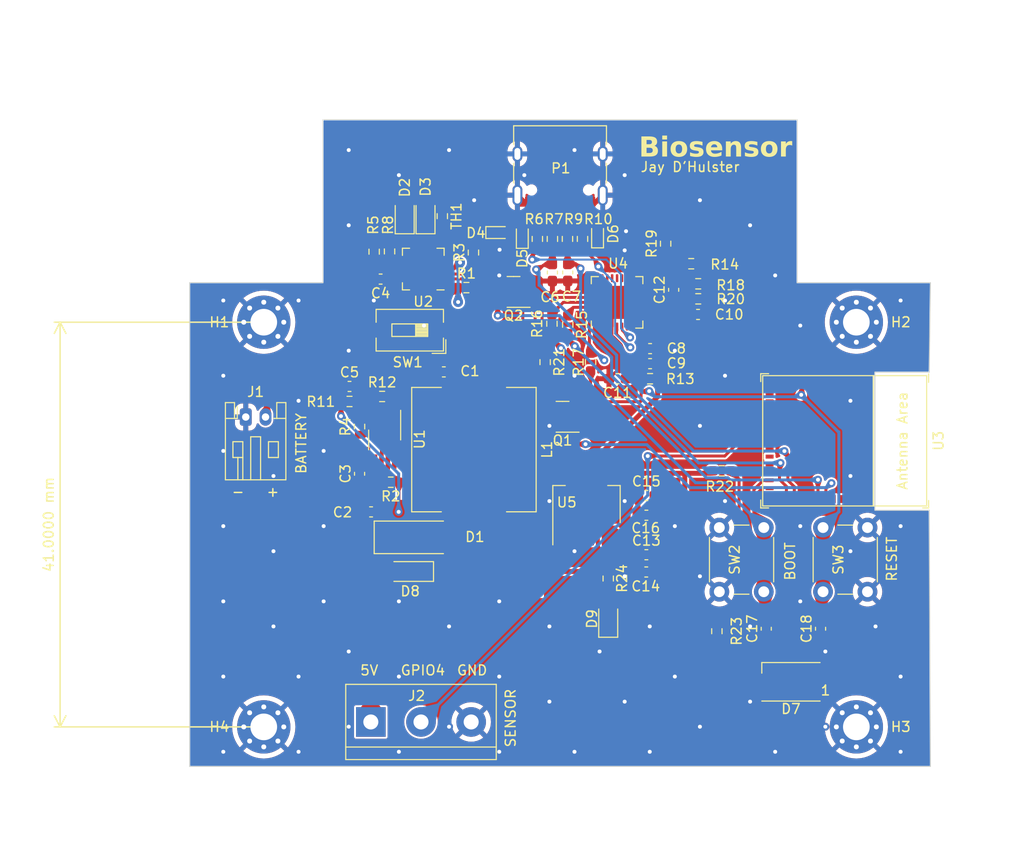
<source format=kicad_pcb>
(kicad_pcb (version 20221018) (generator pcbnew)
  (layers (0 "F.Cu" signal) (31 "B.Cu" signal) (34 "B.Paste" user) (35 "F.Paste" user) (36 "B.SilkS" user "B.Silkscreen") (37 "F.SilkS" user "F.Silkscreen") (38 "B.Mask" user) (39 "F.Mask" user) (44 "Edge.Cuts" user))
  (net 0 "")
  (net 1 "GND")
  (net 2 "/Load")
  (net 3 "/L1")
  (net 4 "+5V")
  (net 5 "Net-(U1-EN)")
  (net 6 "Net-(U2-V_{BAT_SENSE})")
  (net 7 "Net-(U1-FB)")
  (net 8 "/GPIO18")
  (net 9 "/GPIO19")
  (net 10 "+3V3")
  (net 11 "/CHIP_PU")
  (net 12 "Net-(U4-VBUS)")
  (net 13 "Net-(D8-K)")
  (net 14 "/GPIO9")
  (net 15 "Net-(D2-K)")
  (net 16 "VBUS")
  (net 17 "Net-(D3-K)")
  (net 18 "Net-(D5-A2)")
  (net 19 "Net-(D6-A2)")
  (net 21 "/RGB_CTRL")
  (net 22 "Net-(D9-A)")
  (net 23 "Net-(J1-Pin_2)")
  (net 24 "/GPIO4")
  (net 27 "Net-(Q1-B)")
  (net 28 "/RTS")
  (net 29 "Net-(Q2-B)")
  (net 30 "/DTR")
  (net 31 "Net-(U2-VPCC)")
  (net 32 "Net-(U1-FREQ)")
  (net 33 "Net-(U2-PROG1)")
  (net 34 "/USB_DN")
  (net 35 "Net-(U2-PROG3)")
  (net 36 "/USB_DP")
  (net 37 "Net-(U4-~{RST})")
  (net 38 "Net-(U4-TXD)")
  (net 39 "/U0RXD")
  (net 40 "Net-(U4-RXD)")
  (net 41 "/U0TXD")
  (net 42 "Net-(U4-~{SUSPEND})")
  (net 43 "/GPIO8")
  (net 44 "Net-(U2-THERM)")
  (net 52 "/GPIO0")
  (net 53 "/GPIO1")
  (net 55 "/GPIO10")
  (net 57 "/GPIO5")
  (net 58 "/GPIO6")
  (net 59 "/GPIO7")
  (footprint "Capacitor_SMD:C_0603_1608Metric_Pad1.08x0.95mm_HandSolder" (layer "F.Cu") (at 148.738489 89.6208 180)
    (fp_text reference "C8")
    (fp_text value "10µF/25V(20%)")
  )
  (footprint "Resistor_SMD:R_0603_1608Metric_Pad0.98x0.95mm_HandSolder" (layer "F.Cu") (at 130.85305 79.886 90)
    (fp_text reference "R3")
    (fp_text value "100K")
  )
  (footprint "Package_DFN_QFN:QFN-28-1EP_5x5mm_P0.5mm_EP3.35x3.35mm" (layer "F.Cu") (at 145.396989 84.9328 90)
    (fp_text reference "U4")
    (fp_text value "CP2102N-Axx-xQFN28")
  )
  (footprint "Resistor_SMD:R_0603_1608Metric_Pad0.98x0.95mm_HandSolder" (layer "F.Cu") (at 138.8 87.1 -90)
    (fp_text reference "R16")
    (fp_text value "0(1%)")
  )
  (footprint "LED_SMD:LED_SK6812MINI_PLCC4_3.5x3.5mm_P1.75mm" (layer "F.Cu") (at 163 123.375 180)
    (fp_text reference "D7")
    (fp_text value "SK6812MINI")
  )
  (footprint "Button_Switch_SMD:SW_DIP_SPSTx01_Slide_6.7x4.1mm_W8.61mm_P2.54mm_LowProfile" (layer "F.Cu") (at 124.407039 87.751 180)
    (fp_text reference "SW1")
    (fp_text value "SW_DIP_x01")
  )
  (footprint "LED_SMD:LED_0805_2012Metric_Pad1.15x1.40mm_HandSolder" (layer "F.Cu") (at 123.89345 76.1249 90)
    (fp_text reference "D2")
    (fp_text value "Opladen")
  )
  (footprint "Resistor_SMD:R_0603_1608Metric_Pad0.98x0.95mm_HandSolder" (layer "F.Cu") (at 122.35955 79.7745 90)
    (fp_text reference "R8")
    (fp_text value "100K")
  )
  (footprint "Resistor_SMD:R_0603_1608Metric_Pad0.98x0.95mm_HandSolder" (layer "F.Cu") (at 155.5 118.25 -90)
    (fp_text reference "R23")
    (fp_text value "0(1%)")
  )
  (footprint "Capacitor_SMD:C_0603_1608Metric_Pad1.08x0.95mm_HandSolder" (layer "F.Cu") (at 138.848 81.91 -90)
    (fp_text reference "C6")
    (fp_text value "22pF/50V/(5%)(NC)")
  )
  (footprint "Resistor_SMD:R_0603_1608Metric_Pad0.98x0.95mm_HandSolder" (layer "F.Cu") (at 138.848 78.5083 -90)
    (fp_text reference "R7")
    (fp_text value "0(1%)(NC)")
  )
  (footprint "Espressif:ESP32-C3-MINI-1" (layer "F.Cu") (at 168.44 98.96 -90)
    (fp_text reference "U3")
    (fp_text value "ESP32-C3-MINI-1")
  )
  (footprint "Resistor_SMD:R_0603_1608Metric_Pad0.98x0.95mm_HandSolder" (layer "F.Cu") (at 140.372 78.5064 -90)
    (fp_text reference "R9")
    (fp_text value "0(1%)(NC)")
  )
  (footprint "Capacitor_SMD:C_0603_1608Metric_Pad1.08x0.95mm_HandSolder" (layer "F.Cu") (at 151.124989 83.6628 90)
    (fp_text reference "C12")
    (fp_text value "1µF/16V(10%)")
  )
  (footprint "Resistor_SMD:R_0603_1608Metric_Pad0.98x0.95mm_HandSolder" (layer "F.Cu") (at 127.7 76.2 -90)
    (fp_text reference "TH1")
    (fp_text value "16K")
  )
  (footprint "Package_SO:VSSOP-8_3.0x3.0mm_P0.65mm" (layer "F.Cu") (at 121.861539 98.8705 -90)
    (fp_text reference "U1")
    (fp_text value "LM2621")
  )
  (footprint "Resistor_SMD:R_0603_1608Metric_Pad0.98x0.95mm_HandSolder" (layer "F.Cu") (at 141.896 78.5064 -90)
    (fp_text reference "R10")
    (fp_text value "0(1%)")
  )
  (footprint "Resistor_SMD:R_0603_1608Metric_Pad0.98x0.95mm_HandSolder" (layer "F.Cu") (at 142.712989 90.9748 -90)
    (fp_text reference "R17")
    (fp_text value "10K(1%)")
  )
  (footprint "Resistor_SMD:R_0603_1608Metric_Pad0.98x0.95mm_HandSolder" (layer "F.Cu") (at 152.902989 81.0193 180)
    (fp_text reference "R14")
    (fp_text value "1K(1%)")
  )
  (footprint "Package_TO_SOT_SMD:SOT-23" (layer "F.Cu") (at 134.912989 83.8748 180)
    (fp_text reference "Q2")
    (fp_text value "L8050QLT1G ")
  )
  (footprint "Resistor_SMD:R_0603_1608Metric_Pad0.98x0.95mm_HandSolder" (layer "F.Cu") (at 121.607539 94.4665)
    (fp_text reference "R12")
    (fp_text value "50K")
  )
  (footprint "MountingHole:MountingHole_2.7mm_Pad_Via" (layer "F.Cu") (at 169.623011 86.944)
    (fp_text reference "H2")
    (fp_text value "MountingHole_Pad")
  )
  (footprint "Inductor_SMD:L_12x12mm_H8mm" (layer "F.Cu") (at 130.902039 99.851 -90)
    (fp_text reference "L1")
    (fp_text value "6,8uH")
  )
  (footprint "Resistor_SMD:R_0603_1608Metric_Pad0.98x0.95mm_HandSolder" (layer "F.Cu") (at 148.738489 92.6688)
    (fp_text reference "R13")
    (fp_text value "10K(1%)")
  )
  (footprint "Resistor_SMD:R_0603_1608Metric" (layer "F.Cu") (at 122.483339 103.1533 180)
    (fp_text reference "R2")
    (fp_text value "500R")
  )
  (footprint "Resistor_SMD:R_0603_1608Metric_Pad0.98x0.95mm_HandSolder" (layer "F.Cu") (at 156 102 180)
    (fp_text reference "R22")
    (fp_text value "10K(1%)")
  )
  (footprint "Button_Switch_THT:SW_PUSH_6mm" (layer "F.Cu") (at 166.25 114.25 90)
    (fp_text reference "SW3")
    (fp_text value "SW_Push")
  )
  (footprint "Package_DFN_QFN:QFN-20-1EP_4x4mm_P0.5mm_EP2.5x2.5mm" (layer "F.Cu") (at 125.77305 81.5605 180)
    (fp_text reference "U2")
    (fp_text value "MCP73871")
  )
  (footprint "Capacitor_SMD:C_0603_1608Metric_Pad1.08x0.95mm_HandSolder" (layer "F.Cu") (at 120.488039 106.161 180)
    (fp_text reference "C2")
    (fp_text value "68uF")
  )
  (footprint "Diode_SMD:D_SOD-123" (layer "F.Cu") (at 124.45 112.2 180)
    (fp_text reference "D8")
    (fp_text value "1N5819HW-7-F")
  )
  (footprint "Resistor_SMD:R_0603_1608Metric_Pad0.98x0.95mm_HandSolder" (layer "F.Cu") (at 153.612289 83.0532 180)
    (fp_text reference "R18")
    (fp_text value "22.1K(1%)")
  )
  (footprint "Package_TO_SOT_SMD:SOT-23" (layer "F.Cu") (at 139.875489 96.5248 180)
    (fp_text reference "Q1")
    (fp_text value "L8050QLT1G ")
  )
  (footprint "Connector_JST:JST_PH_S2B-PH-K_1x02_P2.00mm_Horizontal" (layer "F.Cu") (at 107.8 96.55)
    (fp_text reference "J1")
    (fp_text value "Conn_01x02_Female")
  )
  (footprint "Package_TO_SOT_SMD:SOT-223-3_TabPin2" (layer "F.Cu") (at 142.3 105.4 90)
    (fp_text reference "U5")
    (fp_text value "SGM2212-3.3XKC3G/TR")
  )
  (footprint "Capacitor_SMD:C_0603_1608Metric_Pad1.08x0.95mm_HandSolder" (layer "F.Cu") (at 160.5 118 90)
    (fp_text reference "C17")
    (fp_text value "0.1µF/50V(10%)(NC)")
  )
  (footprint "Resistor_SMD:R_0603_1608Metric_Pad0.98x0.95mm_HandSolder" (layer "F.Cu") (at 138.112989 90.9873 -90)
    (fp_text reference "R21")
    (fp_text value "10K(1%)")
  )
  (footprint "Capacitor_SMD:C_0603_1608Metric_Pad1.08x0.95mm_HandSolder" (layer "F.Cu") (at 166 118 90)
    (fp_text reference "C18")
    (fp_text value "0.1µF/50V(10%)(NC)")
  )
  (footprint "Diode_SMD:D_SMA_Handsoldering" (layer "F.Cu") (at 125.314039 108.741)
    (fp_text reference "D1")
    (fp_text value "SS34")
  )
  (footprint "Capacitor_SMD:C_0603_1608Metric_Pad1.08x0.95mm_HandSolder" (layer "F.Cu") (at 148.35 112.25)
    (fp_text reference "C14")
    (fp_text value "0.1µF/50V(10%)")
  )
  (footprint "Resistor_SMD:R_0603_1608Metric_Pad0.98x0.95mm_HandSolder" (layer "F.Cu") (at 144.5 112.9125 -90)
    (fp_text reference "R24")
    (fp_text value "5.1K(1%)")
  )
  (footprint "Capacitor_SMD:C_0603_1608Metric_Pad1.08x0.95mm_HandSolder" (layer "F.Cu") (at 119.321539 102.3005 90)
    (fp_text reference "C3")
    (fp_text value "100nF")
  )
  (footprint "Capacitor_SMD:C_0603_1608Metric_Pad1.08x0.95mm_HandSolder" (layer "F.Cu") (at 118.305539 93.4505)
    (fp_text reference "C5")
    (fp_text value "39pF")
  )
  (footprint "MountingHole:MountingHole_2.7mm_Pad_Via" (layer "F.Cu") (at 109.623011 86.944)
    (fp_text reference "H1")
    (fp_text value "MountingHole_Pad")
  )
  (footprint "Resistor_SMD:R_0603_1608Metric" (layer "F.Cu") (at 119.321539 97.5145 90)
    (fp_text reference "R4")
    (fp_text value "200K")
  )
  (footprint "Capacitor_SMD:C_0603_1608Metric_Pad1.08x0.95mm_HandSolder" (layer "F.Cu") (at 153.595489 86.1568)
    (fp_text reference "C10")
    (fp_text value "10µF/25V/(20%)")
  )
  (footprint "LED_SMD:LED_0805_2012Metric_Pad1.15x1.40mm_HandSolder" (layer "F.Cu") (at 126 76.125 90)
    (fp_text reference "D3")
    (fp_text value "Klaar")
  )
  (footprint "Diode_SMD:D_SOD-523" (layer "F.Cu") (at 143.42 78.1508 90)
    (fp_text reference "D6")
    (fp_text value "LESD5D.0CT1G")
  )
  (footprint "Diode_SMD:D_SOD-523" (layer "F.Cu") (at 135.8 78.2 90)
    (fp_text reference "D5")
    (fp_text value "LESD5D.0CT1G")
  )
  (footprint "MountingHole:MountingHole_2.7mm_Pad_Via" (layer "F.Cu") (at 109.623011 127.944)
    (fp_text reference "H4")
    (fp_text value "MountingHole_Pad")
  )
  (footprint "Resistor_SMD:R_0603_1608Metric_Pad0.98x0.95mm_HandSolder" (layer "F.Cu") (at 153.614189 84.5772)
    (fp_text reference "R20")
    (fp_text value "47.5K(1%)")
  )
  (footprint "Capacitor_SMD:C_0603_1608Metric_Pad1.08x0.95mm_HandSolder" (layer "F.Cu") (at 148.3625 110.5)
    (fp_text reference "C13")
    (fp_text value "10µF/25V(20%)")
  )
  (footprint "Capacitor_SMD:C_0603_1608Metric_Pad1.08x0.95mm_HandSolder" (layer "F.Cu") (at 148.738489 91.1448 180)
    (fp_text reference "C9")
    (fp_text value "0.1µF/50V(10%)")
  )
  (footprint "TerminalBlock:TerminalBlock_bornier-3_P5.08mm" (layer "F.Cu") (at 120.463011 127.444)
    (fp_text reference "J2")
    (fp_text value "Screw_Terminal_01x03")
  )
  (footprint "MountingHole:MountingHole_2.7mm_Pad_Via" (layer "F.Cu") (at 169.623011 127.944)
    (fp_text reference "H3")
    (fp_text value "MountingHole_Pad")
  )
  (footprint "Resistor_SMD:R_0603_1608Metric_Pad0.98x0.95mm_HandSolder" (layer "F.Cu") (at 118.305539 94.9745 180)
    (fp_text reference "R11")
    (fp_text value "150K")
  )
  (footprint "Capacitor_SMD:C_0603_1608Metric_Pad1.08x0.95mm_HandSolder" (layer "F.Cu") (at 148.3625 104.5)
    (fp_text reference "C15")
    (fp_text value "0.1µF/50V(10%)")
  )
  (footprint "Resistor_SMD:R_0603_1608Metric_Pad0.98x0.95mm_HandSolder" (layer "F.Cu") (at 137.324 78.5064 -90)
    (fp_text reference "R6")
    (fp_text value "0(1%)")
  )
  (footprint "Resistor_SMD:R_0603_1608Metric_Pad0.98x0.95mm_HandSolder" (layer "F.Cu") (at 150.312989 78.9873 90)
    (fp_text reference "R19")
    (fp_text value "10K(1%)(NC)")
  )
  (footprint "Resistor_SMD:R_0603_1608Metric_Pad0.98x0.95mm_HandSolder" (layer "F.Cu") (at 130.14185 83.4382)
    (fp_text reference "R1")
    (fp_text value "270K")
  )
  (footprint "Resistor_SMD:R_0603_1608Metric_Pad0.98x0.95mm_HandSolder" (layer "F.Cu") (at 140.4 87.2 -90)
    (fp_text reference "R15")
    (fp_text value "0(1%)")
  )
  (footprint "Capacitor_SMD:C_0603_1608Metric_Pad1.08x0.95mm_HandSolder" (layer "F.Cu") (at 127.854039 91.977 180)
    (fp_text reference "C1")
    (fp_text value "22uF")
  )
  (footprint "Capacitor_SMD:C_0603_1608Metric_Pad1.08x0.95mm_HandSolder" (layer "F.Cu") (at 148.3625 106.5)
    (fp_text reference "C16")
    (fp_text value "10µF/25V(20%)")
  )
  (footprint "Capacitor_SMD:C_0603_1608Metric_Pad1.08x0.95mm_HandSolder" (layer "F.Cu") (at 121.45505 82.5765 180)
    (fp_text reference "C4")
    (fp_text value "10µF")
  )
  (footprint "Resistor_SMD:R_0603_1608Metric_Pad0.98x0.95mm_HandSolder" (layer "F.Cu") (at 120.8 79.8 90)
    (fp_text reference "R5")
    (fp_text value "1K")
  )
  (footprint "LED_SMD:LED_0805_2012Metric_Pad1.15x1.40mm_HandSolder" (layer "F.Cu") (at 144.5 117 90)
    (fp_text reference "D9")
    (fp_text value "RED")
  )
  (footprint "Capacitor_SMD:C_0603_1608Metric_Pad1.08x0.95mm_HandSolder" (layer "F.Cu") (at 145.436489 92.6688 180)
    (fp_text reference "C11")
    (fp_text value "1µF/16V(10%)")
  )
  (footprint "Capacitor_SMD:C_0603_1608Metric_Pad1.08x0.95mm_HandSolder" (layer "F.Cu") (at 140.4 81.9 -90)
    (fp_text reference "C7")
    (fp_text value "22pF/50V/(5%)(NC)")
  )
  (footprint "Connector_USB:USB_C_Receptacle_HRO_TYPE-C-31-M-12" (layer "F.Cu") (at 139.623011 70.944 180)
    (fp_text reference "P1")
    (fp_text value "USB_C_Plug_USB2.0")
  )
  (footprint "Button_Switch_THT:SW_PUSH_6mm" (layer "F.Cu") (at 160.25 107.75 -90)
    (fp_text reference "SW2")
    (fp_text value "SW_Push")
  )
  (footprint "Diode_SMD:D_SOD-523" (layer "F.Cu") (at 133.37 77.8605)
    (fp_text reference "D4")
    (fp_text value "LESD5D.0CT1G")
  )
  (gr_line (start 115.623011 66.444) (end 163.623011 66.444) (stroke (width 0.1)) (layer "Edge.Cuts"))
  (gr_line (start 171.5 92) (end 171.5 106) (stroke (width 0.1)) (layer "Edge.Cuts"))
  (gr_line (start 177.123011 131.944) (end 102.123011 131.944) (stroke (width 0.1)) (layer "Edge.Cuts"))
  (gr_line (start 163.623011 82.944) (end 177.123011 82.944) (stroke (width 0.1)) (layer "Edge.Cuts"))
  (gr_line (start 163.623011 66.444) (end 163.623011 82.944) (stroke (width 0.1)) (layer "Edge.Cuts"))
  (gr_line (start 102.123011 82.944) (end 115.623011 82.944) (stroke (width 0.1)) (layer "Edge.Cuts"))
  (gr_line (start 171.5 106) (end 177 106) (stroke (width 0.1)) (layer "Edge.Cuts"))
  (gr_line (start 115.623011 82.944) (end 115.623011 66.444) (stroke (width 0.1)) (layer "Edge.Cuts"))
  (gr_line (start 177 106) (end 177.123011 131.944) (stroke (width 0.1)) (layer "Edge.Cuts"))
  (gr_line (start 102.123011 131.944) (end 102.123011 82.944) (stroke (width 0.1)) (layer "Edge.Cuts"))
  (gr_line (start 177.123011 82.944) (end 177 92) (stroke (width 0.1)) (layer "Edge.Cuts"))
  (gr_line (start 177 92) (end 171.5 92) (stroke (width 0.1)) (layer "Edge.Cuts"))
  (gr_text "RESET" (at 173.8 113.3 90) (layer "F.SilkS") (effects (font (size 1 1)) (justify left bottom)))
  (gr_text "Jay D'Hulster" (at 147.7 71.8) (layer "F.SilkS") (effects (font (size 1 1)) (justify left bottom)))
  (gr_text "GPIO4" (at 123.4 122.8) (layer "F.SilkS") (effects (font (size 1 1)) (justify left bottom)))
  (gr_text "GND" (at 129.1 122.8) (layer "F.SilkS") (effects (font (size 1 1)) (justify left bottom)))
  (gr_text "Biosensor" (at 147.6 70.5) (layer "F.SilkS") (effects (font (size 2 2)) (justify left bottom)))
  (gr_text "SENSOR" (at 135.2 130.1 90) (layer "F.SilkS") (effects (font (size 1 1)) (justify left bottom)))
  (gr_text "-   +" (at 106.3 104.7) (layer "F.SilkS") (effects (font (size 1 1)) (justify left bottom)))
  (gr_text "BATTERY" (at 114 102.4 90) (layer "F.SilkS") (effects (font (size 1 1)) (justify left bottom)))
  (gr_text "BOOT" (at 163.5 113.2 90) (layer "F.SilkS") (effects (font (size 1 1)) (justify left bottom)))
  (gr_text "5V" (at 119.3 122.8) (layer "F.SilkS") (effects (font (size 1 1)) (justify left bottom)))
  (dimension (type aligned) (layer "F.SilkS") (pts (xy 109.623011 127.944) (xy 109.623011 86.944)) (height -20.623011) (gr_text "41,0000 mm" (at 87.85 107.444 90) (layer "F.SilkS") (effects (font (size 1 1) (thickness 0.15)))) (format (prefix "") (suffix "") (units 3) (units_format 1) (precision 4)) (style (thickness 0.15) (arrow_length 1.27) (text_position_mode 0) (extension_height 0.58642) (extension_offset 0.5) keep_text_aligned))
  (segment (start 151.1 82.3) (end 151.4 82) (width 0.3) (layer "F.Cu") (net 1))
  (segment (start 143.028011 74.989) (end 143.943011 74.074) (width 0.5) (layer "F.Cu") (net 1))
  (segment (start 146.097989 91.1448) (end 144.573989 92.6688) (width 0.3) (layer "F.Cu") (net 1))
  (segment (start 144.896989 87.3828) (end 144.896989 85.4328) (width 0.3) (layer "F.Cu") (net 1))
  (segment (start 147.875989 89.6208) (end 147.875989 91.1448) (width 0.3) (layer "F.Cu") (net 1))
  (segment (start 136.218011 74.989) (end 135.303011 74.074) (width 0.5) (layer "F.Cu") (net 1))
  (segment (start 151.4 82) (end 152.2 82) (width 0.3) (layer "F.Cu") (net 1))
  (segment (start 147.875989 91.1448) (end 146.097989 91.1448) (width 0.3) (layer "F.Cu") (net 1))
  (segment (start 122.836539 96.6705) (end 122.836539 94.783) (width 0.3) (layer "F.Cu") (net 1))
  (segment (start 169 93.06) (end 169 91.385) (width 0.3) (layer "F.Cu") (net 1))
  (segment (start 169.8 93.06) (end 169.8 91.473) (width 0.3) (layer "F.Cu") (net 1))
  (segment (start 126.991539 91.977) (end 124.273 91.977) (width 0.5) (layer "F.Cu") (net 1))
  (segment (start 119.321539 101.438) (end 120.519039 101.438) (width 0.3) (layer "F.Cu") (net 1))
  (segment (start 120.83555 78.862) (end 122.35955 78.862) (width 0.3) (layer "F.Cu") (net 1))
  (segment (start 122.520039 93.729961) (end 122.520039 94.4665) (width 0.5) (layer "F.Cu") (net 1))
  (segment (start 122.836539 94.783) (end 122.520039 94.4665) (width 0.3) (layer "F.Cu") (net 1))
  (segment (start 124.77305 80.5605) (end 124.77305 79.623) (width 0.3) (layer "F.Cu") (net 1))
  (segment (start 130.85305 78.9735) (end 131.557 78.9735) (width 0.3) (layer "F.Cu") (net 1))
  (segment (start 151.1 82.775311) (end 151.1 82.3) (width 0.3) (layer "F.Cu") (net 1))
  (segment (start 136.373011 74.989) (end 136.218011 74.989) (width 0.5) (layer "F.Cu") (net 1))
  (segment (start 131.557 78.9735) (end 132.67 77.8605) (width 0.3) (layer "F.Cu") (net 1))
  (segment (start 120.519039 101.438) (end 120.886539 101.0705) (width 0.3) (layer "F.Cu") (net 1))
  (segment (start 124.273 91.977) (end 122.520039 93.729961) (width 0.5) (layer "F.Cu") (net 1))
  (segment (start 123.83555 80.5605) (end 124.77305 80.5605) (width 0.3) (layer "F.Cu") (net 1))
  (segment (start 142.873011 74.989) (end 143.028011 74.989) (width 0.5) (layer "F.Cu") (net 1))
  (via (at 141.085 110.145) (size 0.8) (drill 0.4) (layers "F.Cu" "B.Cu") (net 1))
  (via (at 133.465 122.845) (size 0.8) (drill 0.4) (layers "F.Cu" "B.Cu") (net 1))
  (via (at 113.145 94.905) (size 0.8) (drill 0.4) (layers "F.Cu" "B.Cu") (net 1))
  (via (at 118.225 127.925) (size 0.8) (drill 0.4) (layers "F.Cu" "B.Cu") (net 1))
  (via (at 146.165 105.065) (size 0.8) (drill 0.4) (layers "F.Cu" "B.Cu") (net 1))
  (via (at 136.005 72.045) (size 0.8) (drill 0.4) (layers "F.Cu" "B.Cu") (net 1))
  (via (at 146.165 79.665) (size 0.8) (drill 0.4) (layers "F.Cu" "B.Cu") (net 1))
  (via (at 174.105 84.745) (size 0.8) (drill 0.4) (layers "F.Cu" "B.Cu") (net 1))
  (via (at 161.405 130.465) (size 0.8) (drill 0.4) (layers "F.Cu" "B.Cu") (net 1))
  (via (at 174.105 122.845) (size 0.8) (drill 0.4) (layers "F.Cu" "B.Cu") (net 1))
  (via (at 153.785 74.585) (size 0.8) (drill 0.4) (layers "F.Cu" "B.Cu") (net 1))
  (via (at 123.305 115.225) (size 0.8) (drill 0.4) (layers "F.Cu" "B.Cu") (net 1))
  (via (at 161.405 82.205) (size 0.8) (drill 0.4) (layers "F.Cu" "B.Cu") (net 1))
  (via (at 151.245 122.845) (size 0.8) (drill 0.4) (layers "F.Cu" "B.Cu") (net 1))
  (via (at 151.245 107.605) (size 0.8) (drill 0.4) (layers "F.Cu" "B.Cu") (net 1))
  (via (at 128.385 117.765) (size 0.8) (drill 0.4) (layers "F.Cu" "B.Cu") (net 1))
  (via (at 105.525 115.225) (size 0.8) (drill 0.4) (layers "F.Cu" "B.Cu") (net 1))
  (via (at 156.325 92.365) (size 0.8) (drill 0.4) (layers "F.Cu" "B.Cu") (net 1))
  (via (at 163.945 107.605) (size 0.8) (drill 0.4) (layers "F.Cu" "B.Cu") (net 1))
  (via (at 141.085 92.365) (size 0.8) (drill 0.4) (layers "F.Cu" "B.Cu") (net 1))
  (via (at 105.525 107.605) (size 0.8) (drill 0.4) (layers "F.Cu" "B.Cu") (net 1))
  (via (at 141.085 69.505) (size 0.8) (drill 0.4) (layers "F.Cu" "B.Cu") (net 1))
  (via (at 133.5 79.6) (size 1) (drill 0.4) (layers "F.Cu" "B.Cu") (net 1))
  (via (at 118.225 120.305) (size 0.8) (drill 0.4) (layers "F.Cu" "B.Cu") (net 1))
  (via (at 158.865 125.385) (size 0.8) (drill 0.4) (layers "F.Cu" "B.Cu") (net 1))
  (via (at 146.304 77.724) (size 0.8) (drill 0.4) (layers "F.Cu" "B.Cu") (net 1))
  (via (at 110.605 110.145) (size 0.8) (drill 0.4) (layers "F.Cu" "B.Cu") (net 1))
  (via (at 174.105 107.605) (size 0.8) (drill 0.4) (layers "F.Cu" "B.Cu") (net 1))
  (via (at 163.945 115.225) (size 0.8) (drill 0.4) (layers "F.Cu" "B.Cu") (net 1))
  (via (at 105.525 92.365) (size 0.8) (drill 0.4) (layers "F.Cu" "B.Cu") (net 1))
  (via (at 113.145 130.465) (size 0.8) (drill 0.4) (layers "F.Cu" "B.Cu") (net 1))
  (via (at 158.865 117.765) (size 0.8) (drill 0.4) (layers "F.Cu" "B.Cu") (net 1))
  (via (at 148.705 130.465) (size 0.8) (drill 0.4) (layers "F.Cu" "B.Cu") (net 1))
  (via (at 133.465 82.205) (size 0.8) (drill 0.4) (layers "F.Cu" "B.Cu") (net 1))
  (via (at 115.685 115.225) (size 0.8) (drill 0.4) (layers "F.Cu" "B.Cu") (net 1))
  (via (at 123.305 122.845) (size 0.8) (drill 0.4) (layers "F.Cu" "B.Cu") (net 1))
  (via (at 156.325 84.745) (size 0.8) (drill 0.4) (layers "F.Cu" "B.Cu") (net 1))
  (via (at 171.565 117.765) (size 0.8) (drill 0.4) (layers "F.Cu" "B.Cu") (net 1))
  (via (at 115.685 107.605) (size 0.8) (drill 0.4) (layers "F.Cu" "B.Cu") (net 1))
  (via (at 169.025 110.145) (size 0.8) (drill 0.4) (layers "F.Cu" "B.Cu") (net 1))
  (via (at 153.785 97.445) (size 0.8) (drill 0.4) (layers "F.Cu" "B.Cu") (net 1))
  (via (at 128.385 127.925) (size 0.8) (drill 0.4) (layers "F.Cu" "B.Cu") (net 1))
  (via (at 110.605 117.765) (size 0.8) (drill 0.4) (layers "F.Cu" "B.Cu") (net 1))
  (via (at 158.865 77.125) (size 0.8) (drill 0.4) (layers "F.Cu" "B.Cu") (net 1))
  (via (at 138.545 105.065) (size 0.8) (drill 0.4) (layers "F.Cu" "B.Cu") (net 1))
  (via (at 130.925 74.585) (size 0.8) (drill 0.4) (layers "F.Cu" "B.Cu") (net 1))
  (via (at 138.545 117.765) (size 0.8) (drill 0.4) (layers "F.Cu" "B.Cu") (net 1))
  (via (at 123.305 72.045) (size 0.8) (drill 0.4) (layers "F.Cu" "B.Cu") (net 1))
  (via (at 146.165 112.685) (size 0.8) (drill 0.4) (layers "F.Cu" "B.Cu") (net 1))
  (via (at 115.685 99.985) (size 0.8) (drill 0.4) (layers "F.Cu" "B.Cu") (net 1))
  (via (at 153.785 112.685) (size 0.8) (drill 0.4) (layers "F.Cu" "B.Cu") (net 1))
  (via (at 120.765 84.745) (size 0.8) (drill 0.4) (layers "F.Cu" "B.Cu") (net 1))
  (via (at 146.165 125.385) (size 0.8) (drill 0.4) (layers "F.Cu" "B.Cu") (net 1))
  (via (at 146.165 72.045) (size 0.8) (drill 0.4) (layers "F.Cu" "B.Cu") (net 1))
  (via (at 123.305 130.465) (size 0.8) (drill 0.4) (layers "F.Cu" "B.Cu") (net 1))
  (via (at 105.525 99.985) (size 0.8) (drill 0.4) (layers "F.Cu" "B.Cu") (net 1))
  (via (at 166.485 120.305) (size 0.8) (drill 0.4) (layers "F.Cu" "B.Cu") (net 1))
  (via (at 113.145 84.745) (size 0.8) (drill 0.4) (layers "F.Cu" "B.Cu") (net 1))
  (via (at 148.705 117.765) (size 0.8) (drill 0.4) (layers "F.Cu" "B.Cu") (net 1))
  (via (at 143.625 120.305) (size 0.8) (drill 0.4) (layers "F.Cu" "B.Cu") (net 1))
  (via (at 110.605 102.525) (size 0.8) (drill 0.4) (layers "F.Cu" "B.Cu") (net 1))
  (via (at 153.785 127.925) (size 0.8) (drill 0.4) (layers "F.Cu" "B.Cu") (net 1))
  (via (at 138.545 125.385) (size 0.8) (drill 0.4) (layers "F.Cu" "B.Cu") (net 1))
  (via (at 133.465 115.225) (size 0.8) (drill 0.4) (layers "F.Cu" "B.Cu") (net 1))
  (via (at 169.025 102.525) (size 0.8) (drill 0.4) (layers "F.Cu" "B.Cu") (net 1))
  (via (at 163.945 87.285) (size 0.8) (drill 0.4) (layers "F.Cu" "B.Cu") (net 1))
  (via (at 118.225 69.505) (size 0.8) (drill 0.4) (layers "F.Cu" "B.Cu") (net 1))
  (via (at 174.105 130.465) (size 0.8) (drill 0.4) (layers "F.Cu" "B.Cu") (net 1))
  (via (at 138.545 97.445) (size 0.8) (drill 0.4) (layers "F.Cu" "B.Cu") (net 1))
  (via (at 105.525 84.745) (size 0.8) (drill 0.4) (layers "F.Cu" "B.Cu") (net 1))
  (via (at 156.325 105.065) (size 0.8) (drill 0.4) (layers "F.Cu" "B.Cu") (net 1))
  (via (at 125.845 87.285) (size 0.8) (drill 0.4) (layers "F.Cu" "B.Cu") (net 1))
  (via (at 118.225 89.825) (size 0.8) (drill 0.4) (layers "F.Cu" "B.Cu") (net 1))
  (via (at 169.025 94.905) (size 0.8) (drill 0.4) (layers "F.Cu" "B.Cu") (net 1))
  (via (at 105.525 122.845) (size 0.8) (drill 0.4) (layers "F.Cu" "B.Cu") (net 1))
  (via (at 113.145 122.845) (size 0.8) (drill 0.4) (layers "F.Cu" "B.Cu") (net 1))
  (via (at 105.525 130.465) (size 0.8) (drill 0.4) (layers "F.Cu" "B.Cu") (net 1))
  (via (at 151.245 89.825) (size 0.8) (drill 0.4) (layers "F.Cu" "B.Cu") (net 1))
  (via (at 166.485 127.925) (size 0.8) (drill 0.4) (layers "F.Cu" "B.Cu") (net 1))
  (via (at 133.465 130.465) (size 0.8) (drill 0.4) (layers "F.Cu" "B.Cu") (net 1))
  (via (at 141.085 130.465) (size 0.8) (drill 0.4) (layers "F.Cu" "B.Cu") (net 1))
  (via (at 128.385 69.505) (size 0.8) (drill 0.4) (layers "F.Cu" "B.Cu") (net 1))
  (via (at 118.225 77.125) (size 0.8) (drill 0.4) (layers "F.Cu" "B.Cu") (net 1))
  (segment (start 127.71055 82.823) (end 127.03555 83.498) (width 0.3) (layer "F.Cu") (net 2))
  (segment (start 129.67 82.5605) (end 130.09105 82.98155) (width 0.3) (layer "F.Cu") (net 2))
  (segment (start 127.71055 82.5605) (end 127.71055 82.823) (width 0.3) (layer "F.Cu") (net 2))
  (segment (start 130.09105 82.98155) (end 130.09105 83.79325) (width 0.3) (layer "F.Cu") (net 2))
  (segment (start 127.71055 82.5605) (end 129.67 82.5605) (width 0.3) (layer "F.Cu") (net 2))
  (segment (start 130.902039 84.604239) (end 130.09105 83.79325) (width 0.3) (layer "F.Cu") (net 2))
  (segment (start 130.902039 94.901) (end 130.902039 84.604239) (width 0.3) (layer "F.Cu") (net 2))
  (segment (start 127.03555 83.498) (end 126.77305 83.498) (width 0.3) (layer "F.Cu") (net 2))
  (segment (start 127.752039 104.801) (end 130.902039 104.801) (width 0.3) (layer "F.Cu") (net 3))
  (segment (start 122.836539 101.0705) (end 124.021539 101.0705) (width 0.3) (layer "F.Cu") (net 3))
  (segment (start 124.021539 101.0705) (end 127.752039 104.801) (width 0.3) (layer "F.Cu") (net 3))
  (segment (start 117.440039 96.4585) (end 117.440039 95.0215) (width 0.3) (layer "F.Cu") (net 4))
  (segment (start 122.186539 102.0315) (end 123.308339 103.1533) (width 0.3) (layer "F.Cu") (net 4))
  (segment (start 123.308339 103.1533) (end 123.308339 106.1347) (width 0.3) (layer "F.Cu") (net 4))
  (segment (start 117.443039 93.4505) (end 117.443039 94.9245) (width 0.3) (layer "F.Cu") (net 4))
  (segment (start 121.5 112) (end 120.463011 113.036989) (width 0.5) (layer "F.Cu") (net 4))
  (segment (start 122.6 112) (end 121.5 112) (width 0.5) (layer "F.Cu") (net 4))
  (segment (start 122.186539 101.0705) (end 122.186539 102.0315) (width 0.3) (layer "F.Cu") (net 4))
  (segment (start 120.463011 113.036989) (end 120.463011 127.444) (width 0.5) (layer "F.Cu") (net 4))
  (segment (start 122.814039 108.741) (end 122.814039 112.185961) (width 0.5) (layer "F.Cu") (net 4))
  (segment (start 123.308339 106.1347) (end 123.282039 106.161) (width 0.3) (layer "F.Cu") (net 4))
  (segment (start 123.282039 106.161) (end 121.350539 106.161) (width 0.3) (layer "F.Cu") (net 4))
  (via (at 117.440039 96.4585) (size 0.8) (drill 0.4) (layers "F.Cu" "B.Cu") (net 4))
  (via (at 123.282039 106.161) (size 0.8) (drill 0.4) (layers "F.Cu" "B.Cu") (net 4))
  (segment (start 123.282039 102.3005) (end 117.440039 96.4585) (width 0.3) (layer "B.Cu") (net 4))
  (segment (start 123.282039 106.161) (end 123.282039 102.3005) (width 0.3) (layer "B.Cu") (net 4))
  (segment (start 120.400539 98.3395) (end 121.099539 99.0385) (width 0.3) (layer "F.Cu") (net 5))
  (segment (start 121.099539 99.0385) (end 121.607539 99.0385) (width 0.3) (layer "F.Cu") (net 5))
  (segment (start 122.186539 98.4595) (end 122.186539 96.6705) (width 0.3) (layer "F.Cu") (net 5))
  (segment (start 119.321539 103.163) (end 121.648639 103.163) (width 0.3) (layer "F.Cu") (net 5))
  (segment (start 121.536539 101.0705) (end 121.536539 103.0315) (width 0.3) (layer "F.Cu") (net 5))
  (segment (start 119.321539 98.3395) (end 120.400539 98.3395) (width 0.3) (layer "F.Cu") (net 5))
  (segment (start 121.536539 101.0705) (end 121.536539 99.1095) (width 0.3) (layer "F.Cu") (net 5))
  (segment (start 121.536539 99.1095) (end 121.607539 99.0385) (width 0.3) (layer "F.Cu") (net 5))
  (segment (start 121.536539 99.1095) (end 122.186539 98.4595) (width 0.3) (layer "F.Cu") (net 5))
  (segment (start 123.83555 82.5605) (end 123.83555 82.823) (width 0.3) (layer "F.Cu") (net 6))
  (segment (start 124.51055 83.498) (end 124.51055 84.209511) (width 0.3) (layer "F.Cu") (net 6))
  (segment (start 124.51055 83.498) (end 124.77305 83.498) (width 0.3) (layer "F.Cu") (net 6))
  (segment (start 123.83555 82.823) (end 124.51055 83.498) (width 0.3) (layer "F.Cu") (net 6))
  (segment (start 124.51055 84.209511) (end 128.052039 87.751) (width 0.3) (layer "F.Cu") (net 6))
  (segment (start 123.83555 82.5605) (end 122.33355 82.5605) (width 0.3) (layer "F.Cu") (net 6))
  (segment (start 123.83555 82.0605) (end 123.83555 82.5605) (width 0.3) (layer "F.Cu") (net 6))
  (segment (start 119.168039 94.4665) (end 119.168039 94.9245) (width 0.3) (layer "F.Cu") (net 7))
  (segment (start 120.695039 96.479) (end 120.886539 96.6705) (width 0.3) (layer "F.Cu") (net 7))
  (segment (start 120.695039 94.4665) (end 119.168039 94.4665) (width 0.3) (layer "F.Cu") (net 7))
  (segment (start 119.168039 93.4505) (end 119.168039 94.4665) (width 0.3) (layer "F.Cu") (net 7))
  (segment (start 120.695039 94.4665) (end 120.695039 96.479) (width 0.3) (layer "F.Cu") (net 7))
  (segment (start 137.5 81.6) (end 137.9 81.2) (width 0.3) (layer "F.Cu") (net 8))
  (segment (start 138.848 79.4208) (end 138.848 81.0475) (width 0.5) (layer "F.Cu") (net 8))
  (segment (start 162.438 103.475) (end 162.54 103.577) (width 0.3) (layer "F.Cu") (net 8))
  (segment (start 162.438 103.475) (end 161.84 102.877) (width 0.3) (layer "F.Cu") (net 8))
  (segment (start 161.9 101.3) (end 162 101.2) (width 0.3) (layer "F.Cu") (net 8))
  (segment (start 137.2 81.6) (end 137.5 81.6) (width 0.3) (layer "F.Cu") (net 8))
  (segment (start 137.9 81.2) (end 138.6955 81.2) (width 0.3) (layer "F.Cu") (net 8))
  (segment (start 162.54 104.86) (end 162.54 103.577) (width 0.3) (layer "F.Cu") (net 8))
  (segment (start 161.84 102.877) (end 161.84 101.3) (width 0.3) (layer "F.Cu") (net 8))
  (via (at 137.2 81.6) (size 0.8) (drill 0.4) (layers "F.Cu" "B.Cu") (net 8))
  (via (at 161.94 101.2) (size 0.8) (drill 0.4) (layers "F.Cu" "B.Cu") (net 8))
  (segment (start 137.560661 83.2) (end 137.5 83.2) (width 0.3) (layer "B.Cu") (net 8))
  (segment (start 137.5 83.2) (end 137.5 81.9) (width 0.3) (layer "B.Cu") (net 8))
  (segment (start 144.85 92.404705) (end 144.85 90.489339) (width 0.3) (layer "B.Cu") (net 8))
  (segment (start 162 101.2) (end 153.645295 101.2) (width 0.3) (layer "B.Cu") (net 8))
  (segment (start 137.5 81.9) (end 137.2 81.6) (width 0.3) (layer "B.Cu") (net 8))
  (segment (start 144.85 90.489339) (end 137.560661 83.2) (width 0.3) (layer "B.Cu") (net 8))
  (segment (start 144.85 92.404705) (end 153.645295 101.2) (width 0.3) (layer "B.Cu") (net 8))
  (segment (start 140.372 79.4189) (end 140.372 81.0475) (width 0.3) (layer "F.Cu") (net 9))
  (segment (start 163.34 103.615) (end 163.34 104.86) (width 0.3) (layer "F.Cu") (net 9))
  (segment (start 141.2375 81.0375) (end 141.7 81.5) (width 0.3) (layer "F.Cu") (net 9))
  (segment (start 162.34 100) (end 162.69 100.35) (width 0.3) (layer "F.Cu") (net 9))
  (segment (start 162.69 100.35) (end 162.69 102.965) (width 0.3) (layer "F.Cu") (net 9))
  (segment (start 162.69 102.965) (end 163.34 103.615) (width 0.3) (layer "F.Cu") (net 9))
  (segment (start 140.4 81.0375) (end 141.2375 81.0375) (width 0.3) (layer "F.Cu") (net 9))
  (via (at 162.34 100) (size 0.8) (drill 0.4) (layers "F.Cu" "B.Cu") (net 9))
  (via (at 141.7 81.5) (size 0.8) (drill 0.4) (layers "F.Cu" "B.Cu") (net 9))
  (segment (start 141.7 86.632233) (end 141.7 81.5) (width 0.3) (layer "B.Cu") (net 9))
  (segment (start 145.35 90.282233) (end 141.7 86.632233) (width 0.3) (layer "B.Cu") (net 9))
  (segment (start 153.152401 100) (end 145.35 92.197599) (width 0.3) (layer "B.Cu") (net 9))
  (segment (start 145.35 92.197599) (end 145.35 90.282233) (width 0.3) (layer "B.Cu") (net 9))
  (segment (start 162.4 100) (end 153.152401 100) (width 0.3) (layer "B.Cu") (net 9))
  (segment (start 147.5 104.5) (end 145.25 102.25) (width 0.5) (layer "F.Cu") (net 10))
  (segment (start 152.25 117.372272) (end 152.25 102.25) (width 0.5) (layer "F.Cu") (net 10))
  (segment (start 146.396989 87.3828) (end 146.5 87.3828) (width 0.3) (layer "F.Cu") (net 10))
  (segment (start 149.5 87.5) (end 150.8432 86.1568) (width 0.5) (layer "F.Cu") (net 10))
  (segment (start 142.3 101.7) (end 149.5 94.5) (width 0.5) (layer "F.Cu") (net 10))
  (segment (start 154.8375 102.25) (end 152.25 102.25) (width 0.5) (layer "F.Cu") (net 10))
  (segment (start 149.5 93.5) (end 149.5 92.819789) (width 0.5) (layer "F.Cu") (net 10))
  (segment (start 168.14 93.06) (end 168.14 92.3) (width 0.3) (layer "F.Cu") (net 10))
  (segment (start 153.570489 85.3193) (end 152.732989 86.1568) (width 0.3) (layer "F.Cu") (net 10))
  (segment (start 159.127728 124.25) (end 152.25 117.372272) (width 0.5) (layer "F.Cu") (net 10))
  (segment (start 166.24 90.4) (end 156.976189 90.4) (width 0.3) (layer "F.Cu") (net 10))
  (segment (start 168.14 92.3) (end 166.24 90.4) (width 0.3) (layer "F.Cu") (net 10))
  (segment (start 161.25 124.25) (end 159.127728 124.25) (width 0.5) (layer "F.Cu") (net 10))
  (segment (start 142.3 104) (end 142.3 101.7) (width 0.5) (layer "F.Cu") (net 10))
  (segment (start 142.3 104) (end 142.3 102.25) (width 0.5) (layer "F.Cu") (net 10))
  (segment (start 152.732989 86.1568) (end 156.976189 90.4) (width 0.3) (layer "F.Cu") (net 10))
  (segment (start 149.600989 90.6368) (end 149.600989 91.1448) (width 0.3) (layer "F.Cu") (net 10))
  (segment (start 147.5 104.5) (end 147.5 106.5) (width 0.5) (layer "F.Cu") (net 10))
  (segment (start 155.0875 102) (end 154.8375 102.25) (width 0.5) (layer "F.Cu") (net 10))
  (segment (start 142.3 108.55) (end 142.3 104) (width 0.5) (layer "F.Cu") (net 10))
  (segment (start 153.570489 81.2643) (end 153.570489 85.3193) (width 0.3) (layer "F.Cu") (net 10))
  (segment (start 149.5 89.519811) (end 149.5 87.5) (width 0.5) (layer "F.Cu") (net 10))
  (segment (start 152.25 102.25) (end 142.3 102.25) (width 0.5) (layer "F.Cu") (net 10))
  (segment (start 150.8432 86.1568) (end 152.732989 86.1568) (width 0.5) (layer "F.Cu") (net 10))
  (segment (start 149.5 94.5) (end 149.5 93.5) (width 0.5) (layer "F.Cu") (net 10))
  (segment (start 149.5 93.5) (end 149.5 89.721789) (width 0.5) (layer "F.Cu") (net 10))
  (segment (start 149.5 87.5) (end 146.6172 87.5) (width 0.5) (layer "F.Cu") (net 10))
  (segment (start 145.25 102.25) (end 142.3 102.25) (width 0.5) (layer "F.Cu") (net 10))
  (segment (start 146.5 87.3828) (end 146.896989 87.3828) (width 0.3) (layer "F.Cu") (net 10))
  (segment (start 166.25 107.75) (end 166.25 114.25) (width 0.5) (layer "F.Cu") (net 11))
  (segment (start 164.2 94.2) (end 164.1 94.3) (width 0.3) (layer "F.Cu") (net 11))
  (segment (start 147.825989 94.925989) (end 147.751978 95) (width 0.3) (layer "F.Cu") (net 11))
  (segment (start 164.14 93.06) (end 164.14 94.2) (width 0.3) (layer "F.Cu") (net 11))
  (segment (start 147.751978 95) (end 143.287789 95) (width 0.3) (layer "F.Cu") (net 11))
  (segment (start 147.825989 94) (end 147.825989 94.925989) (width 0.3) (layer "F.Cu") (net 11))
  (segment (start 166 117.1375) (end 166 114.5) (width 0.3) (layer "F.Cu") (net 11))
  (segment (start 147.825989 94) (end 148.57197 94) (width 0.3) (layer "F.Cu") (net 11))
  (segment (start 143.287789 95) (end 140.812989 97.4748) (width 0.3) (layer "F.Cu") (net 11))
  (segment (start 147.825989 92.6688) (end 147.825989 94) (width 0.3) (layer "F.Cu") (net 11))
  (segment (start 147.825989 92.6688) (end 146.298989 92.6688) (width 0.3) (layer "F.Cu") (net 11))
  (segment (start 148.57197 94) (end 148.6505 93.92147) (width 0.3) (layer "F.Cu") (net 11))
  (via (at 148.6505 93.92147) (size 0.8) (drill 0.4) (layers "F.Cu" "B.Cu") (net 11))
  (via (at 164.04 94.3) (size 0.8) (drill 0.4) (layers "F.Cu" "B.Cu") (net 11))
  (segment (start 164.04 94.3) (end 167.79 98.05) (width 0.3) (layer "B.Cu") (net 11))
  (segment (start 167.85 106.15) (end 166.25 107.75) (width 0.3) (layer "B.Cu") (net 11))
  (segment (start 149.22903 94.5) (end 163.84 94.5) (width 0.3) (layer "B.Cu") (net 11))
  (segment (start 167.85 98.05) (end 167.85 106.15) (width 0.3) (layer "B.Cu") (net 11))
  (segment (start 148.6505 93.92147) (end 149.22903 94.5) (width 0.3) (layer "B.Cu") (net 11))
  (segment (start 163.84 94.5) (end 164.04 94.3) (width 0.3) (layer "B.Cu") (net 11))
  (segment (start 163.9 94.5) (end 164.1 94.3) (width 0.3) (layer "B.Cu") (net 11))
  (segment (start 152.701689 84.5772) (end 151.176889 84.5772) (width 0.3) (layer "F.Cu") (net 12))
  (segment (start 150.870989 84.5753) (end 150.720489 84.5753) (width 0.3) (layer "F.Cu") (net 12))
  (segment (start 152.699789 83.0532) (end 152.699789 84.5753) (width 0.3) (layer "F.Cu") (net 12))
  (segment (start 148.862989 86.4328) (end 147.846989 86.4328) (width 0.3) (layer "F.Cu") (net 12))
  (segment (start 150.720489 84.5753) (end 148.862989 86.4328) (width 0.3) (layer "F.Cu") (net 12))
  (segment (start 126.1 112.2) (end 144.3 112.2) (width 0.5) (layer "F.Cu") (net 13))
  (segment (start 147.5 109.5) (end 146.55 108.55) (width 0.3) (layer "F.Cu") (net 13))
  (segment (start 147.4875 112.25) (end 147.4875 110.5125) (width 0.3) (layer "F.Cu") (net 13))
  (segment (start 147.5 110.5) (end 147.5 109.5) (width 0.3) (layer "F.Cu") (net 13))
  (segment (start 146.55 108.55) (end 144.6 108.55) (width 0.3) (layer "F.Cu") (net 13))
  (segment (start 144.6 108.55) (end 144.6 111.9) (width 0.5) (layer "F.Cu") (net 13))
  (segment (start 142.2 99.3) (end 136.184689 99.3) (width 0.3) (layer "F.Cu") (net 14))
  (segment (start 135.850489 84.8248) (end 135.850489 98.9658) (width 0.3) (layer "F.Cu") (net 14))
  (segment (start 160.25 107.75) (end 160.25 114.25) (width 0.5) (layer "F.Cu") (net 14))
  (segment (start 160.5 117.1375) (end 160.5 114.5) (width 0.3) (layer "F.Cu") (net 14))
  (segment (start 160.2 102.96) (end 159.25 103.91) (width 0.3) (layer "F.Cu") (net 14))
  (segment (start 159.25 106.75) (end 160.25 107.75) (width 0.3) (layer "F.Cu") (net 14))
  (segment (start 136.184689 99.3) (end 135.850489 98.9658) (width 0.3) (layer "F.Cu") (net 14))
  (segment (start 160.9 102.96) (end 160.2 102.96) (width 0.3) (layer "F.Cu") (net 14))
  (segment (start 159.25 103.91) (end 159.25 106.75) (width 0.3) (layer "F.Cu") (net 14))
  (via (at 142.2 99.3) (size 0.8) (drill 0.4) (layers "F.Cu" "B.Cu") (net 14))
  (segment (start 152.767161 103.7065) (end 148.410661 99.35) (width 0.3) (layer "B.Cu") (net 14))
  (segment (start 142.22 99.35) (end 142.22 99.32) (width 0.3) (layer "B.Cu") (net 14))
  (segment (start 142.22 99.32) (end 142.2 99.3) (width 0.3) (layer "B.Cu") (net 14))
  (segment (start 160.25 107.75) (end 156.2065 103.7065) (width 0.3) (layer "B.Cu") (net 14))
  (segment (start 156.2065 103.7065) (end 152.767161 103.7065) (width 0.3) (layer "B.Cu") (net 14))
  (segment (start 148.410661 99.35) (end 142.22 99.35) (width 0.3) (layer "B.Cu") (net 14))
  (segment (start 125.77305 78.7665) (end 124.15645 77.1499) (width 0.3) (layer "F.Cu") (net 15))
  (segment (start 125.77305 79.623) (end 125.77305 78.7665) (width 0.3) (layer "F.Cu") (net 15))
  (segment (start 128.63105 77.039) (end 128.63005 77.04) (width 0.3) (layer "F.Cu") (net 16))
  (segment (start 128.10585 76.2) (end 126.7 76.2) (width 0.3) (layer "F.Cu") (net 16))
  (segment (start 124.220813 78.0749) (end 123.194922 78.0749) (width 0.3) (layer "F.Cu") (net 16))
  (segment (start 134.891 77.039) (end 135.63 76.3) (width 0.3) (layer "F.Cu") (net 16))
  (segment (start 143.7 76.2) (end 143.9 76) (width 0.3) (layer "F.Cu") (net 16))
  (segment (start 122.8 77.679978) (end 122.8 75.6) (width 0.3) (layer "F.Cu") (net 16))
  (segment (start 125.27305 79.623) (end 125.27305 79.127137) (width 0.3) (layer "F.Cu") (net 16))
  (segment (start 128.63105 77.039) (end 128.63105 76.7252) (width 0.3) (layer "F.Cu") (net 16))
  (segment (start 125.27305 79.127137) (end 124.220813 78.0749) (width 0.3) (layer "F.Cu") (net 16))
  (segment (start 128.8395 81.5605) (end 127.71055 81.5605) (width 0.3) (layer "F.Cu") (net 16))
  (segment (start 123.194922 78.0749) (end 122.8 77.679978) (width 0.3) (layer "F.Cu") (net 16))
  (segment (start 134.098 77.832) (end 134.891 77.039) (width 0.3) (layer "F.Cu") (net 16))
  (segment (start 154.6468 83.0532) (end 155.8 81.9) (width 0.5) (layer "F.Cu") (net 16))
  (segment (start 137.173011 74.129305) (end 137.402316 73.9) (width 0.3) (layer "F.Cu") (net 16))
  (segment (start 129.5 80.9) (end 128.8395 81.5605) (width 0.3) (layer "F.Cu") (net 16))
  (segment (start 155.8 81.9) (end 155.8 79.6) (width 0.5) (layer "F.Cu") (net 16))
  (segment (start 123.89345 75.0999) (end 123.3001 75.0999) (width 0.3) (layer "F.Cu") (net 16))
  (segment (start 128.206413 81.0605) (end 127.71055 81.0605) (width 0.3) (layer "F.Cu") (net 16))
  (segment (start 123.3001 75.0999) (end 122.8 75.6) (width 0.3) (layer "F.Cu") (net 16))
  (segment (start 155.8 79.6) (end 152 75.8) (width 0.5) (layer "F.Cu") (net 16))
  (segment (start 144.1 75.8) (end 143.9 76) (width 0.5) (layer "F.Cu") (net 16))
  (segment (start 141.843706 73.9) (end 142.073011 74.129305) (width 0.3) (layer "F.Cu") (net 16))
  (segment (start 127.71055 81.5605) (end 127.71055 81.0605) (width 0.3) (layer "F.Cu") (net 16))
  (segment (start 137.402316 73.9) (end 141.843706 73.9) (width 0.3) (layer "F.Cu") (net 16))
  (segment (start 137.173011 74.989) (end 137.173011 74.129305) (width 0.3) (layer "F.Cu") (net 16))
  (segment (start 129.3 84.9) (end 129.3 83.50885) (width 0.3) (layer "F.Cu") (net 16))
  (segment (start 135.63 76.3) (end 136.887011 76.3) (width 0.3) (layer "F.Cu") (net 16))
  (segment (start 128.63005 80.636863) (end 128.206413 81.0605) (width 0.3) (layer "F.Cu") (net 16))
  (segment (start 142.073011 76.014) (end 142.259011 76.2) (width 0.3) (layer "F.Cu") (net 16))
  (segment (start 125.27305 83.498) (end 126.27305 83.498) (width 0.3) (layer "F.Cu") (net 16))
  (segment (start 152 75.8) (end 144.1 75.8) (width 0.5) (layer "F.Cu") (net 16))
  (segment (start 123.89345 75.0999) (end 125.97625 75.0999) (width 0.3) (layer "F.Cu") (net 16))
  (segment (start 134.891 77.039) (end 128.63105 77.039) (width 0.3) (layer "F.Cu") (net 16))
  (segment (start 142.073011 74.129305) (end 142.073011 74.989) (width 0.3) (layer "F.Cu") (net 16))
  (segment (start 128.63005 77.04) (end 128.63005 80.636863) (width 0.3) (layer "F.Cu") (net 16))
  (segment (start 128.63105 76.7252) (end 128.10585 76.2) (width 0.3) (layer "F.Cu") (net 16))
  (segment (start 136.887011 76.3) (end 137.173011 76.014) (width 0.3) (layer "F.Cu") (net 16))
  (segment (start 125.77305 83.498) (end 126.53555 84.2605) (width 0.3) (layer "F.Cu") (net 16))
  (segment (start 126 75.5) (end 126.7 76.2) (width 0.3) (layer "F.Cu") (net 16))
  (segment (start 142.073011 74.989) (end 142.073011 76.014) (width 0.3) (layer "F.Cu") (net 16))
  (segment (start 126.53555 84.2605) (end 128.40705 84.2605) (width 0.3) (layer "F.Cu") (net 16))
  (segment (start 128.40705 84.2605) (end 129.22935 83.4382) (width 0.3) (layer "F.Cu") (net 16))
  (segment (start 137.173011 76.014) (end 137.173011 74.989) (width 0.3) (layer "F.Cu") (net 16))
  (segment (start 142.259011 76.2) (end 143.7 76.2) (width 0.3) (layer "F.Cu") (net 16))
  (via (at 129.5 80.9) (size 1) (drill 0.4) (layers "F.Cu" "B.Cu") (net 16))
  (via (at 129.3 84.9) (size 1) (drill 0.4) (layers "F.Cu" "B.Cu") (net 16))
  (segment (start 129.3 84.9) (end 129.3 81.1) (width 0.3) (layer "B.Cu") (net 16))
  (segment (start 129.3 81.1) (end 129.5 80.9) (width 0.3) (layer "B.Cu") (net 16))
  (segment (start 126.27305 79.623) (end 126.27305 77.4467) (width 0.3) (layer "F.Cu") (net 17))
  (segment (start 139.373011 74.989) (end 139.373011 77.070789) (width 0.3) (layer "F.Cu") (net 18))
  (segment (start 139.373011 77.070789) (end 138.848 77.5958) (width 0.3) (layer "F.Cu") (net 18))
  (segment (start 135.8 77.5) (end 137.2301 77.5) (width 0.3) (layer "F.Cu") (net 18))
  (segment (start 138.848 77.5958) (end 137.3259 77.5958) (width 0.3) (layer "F.Cu") (net 18))
  (segment (start 143.42 77.4508) (end 142.0391 77.4508) (width 0.3) (layer "F.Cu") (net 19))
  (segment (start 139.873011 77.094911) (end 140.372 77.5939) (width 0.3) (layer "F.Cu") (net 19))
  (segment (start 139.873011 74.989) (end 139.873011 77.094911) (width 0.3) (layer "F.Cu") (net 19))
  (segment (start 141.896 77.5939) (end 140.372 77.5939) (width 0.3) (layer "F.Cu") (net 19))
  (segment (start 161.25 122.5) (end 158.8375 122.5) (width 0.3) (layer "F.Cu") (net 21))
  (segment (start 158.8375 122.5) (end 155.5 119.1625) (width 0.3) (layer "F.Cu") (net 21))
  (segment (start 144.5 115.975) (end 144.5 113.825) (width 0.3) (layer "F.Cu") (net 22))
  (segment (start 117.549 87.751) (end 109.8 95.5) (width 0.3) (layer "F.Cu") (net 23))
  (segment (start 120.102039 87.751) (end 117.549 87.751) (width 0.3) (layer "F.Cu") (net 23))
  (segment (start 109.8 95.5) (end 109.8 96.55) (width 0.3) (layer "F.Cu") (net 23))
  (segment (start 160.9 98.96) (end 157.84 98.96) (width 0.3) (layer "F.Cu") (net 24))
  (segment (start 156.3 100.5) (end 148.5 100.5) (width 0.3) (layer "F.Cu") (net 24))
  (segment (start 157.84 98.96) (end 156.3 100.5) (width 0.3) (layer "F.Cu") (net 24))
  (via (at 148.5 100.5) (size 0.8) (drill 0.4) (layers "F.Cu" "B.Cu") (net 24))
  (segment (start 148.5 104.487011) (end 125.543011 127.444) (width 0.3) (layer "B.Cu") (net 24))
  (segment (start 148.5 100.5) (end 148.5 104.487011) (width 0.3) (layer "B.Cu") (net 24))
  (segment (start 141.912989 95.5748) (end 140.812989 95.5748) (width 0.3) (layer "F.Cu") (net 27))
  (segment (start 142.712989 94.7748) (end 141.912989 95.5748) (width 0.3) (layer "F.Cu") (net 27))
  (segment (start 142.712989 91.8873) (end 142.712989 94.7748) (width 0.3) (layer "F.Cu") (net 27))
  (segment (start 138.937989 90.8998) (end 138.937989 96.5248) (width 0.3) (layer "F.Cu") (net 28))
  (segment (start 138.112989 90.0748) (end 138.937989 90.8998) (width 0.3) (layer "F.Cu") (net 28))
  (segment (start 137.8 85.763439) (end 137.8 88.866811) (width 0.3) (layer "F.Cu") (net 28))
  (segment (start 138.112989 89.1798) (end 138.112989 90.0748) (width 0.3) (layer "F.Cu") (net 28))
  (segment (start 142.946989 84.4328) (end 139.130639 84.4328) (width 0.3) (layer "F.Cu") (net 28))
  (segment (start 137.8 88.866811) (end 138.112989 89.1798) (width 0.3) (layer "F.Cu") (net 28))
  (segment (start 139.130639 84.4328) (end 137.8 85.763439) (width 0.3) (layer "F.Cu") (net 28))
  (segment (start 137.1 90.886811) (end 138.112989 91.8998) (width 0.3) (layer "F.Cu") (net 29))
  (segment (start 135.850489 82.9248) (end 137.1 84.174311) (width 0.3) (layer "F.Cu") (net 29))
  (segment (start 137.1 84.174311) (end 137.1 90.886811) (width 0.3) (layer "F.Cu") (net 29))
  (segment (start 133.312989 84.5373) (end 133.975489 83.8748) (width 0.3) (layer "F.Cu") (net 30))
  (segment (start 142.593489 86.7863) (end 142.593489 89.9428) (width 0.3) (layer "F.Cu") (net 30))
  (segment (start 142.946989 86.4328) (end 142.593489 86.7863) (width 0.3) (layer "F.Cu") (net 30))
  (segment (start 133.312989 86.2748) (end 133.312989 84.5373) (width 0.3) (layer "F.Cu") (net 30))
  (segment (start 144.1 90.8) (end 143.3623 90.0623) (width 0.3) (layer "F.Cu") (net 30))
  (segment (start 143.3623 90.0623) (end 142.712989 90.0623) (width 0.3) (layer "F.Cu") (net 30))
  (via (at 144.1 90.8) (size 0.8) (drill 0.4) (layers "F.Cu" "B.Cu") (net 30))
  (via (at 133.312989 86.2748) (size 0.8) (drill 0.4) (layers "F.Cu" "B.Cu") (net 30))
  (segment (start 144.1 90.8) (end 139.5748 86.2748) (width 0.3) (layer "B.Cu") (net 30))
  (segment (start 139.5748 86.2748) (end 133.312989 86.2748) (width 0.3) (layer "B.Cu") (net 30))
  (segment (start 127.71055 82.0605) (end 130.81355 82.0605) (width 0.3) (layer "F.Cu") (net 31))
  (segment (start 130.81355 82.0605) (end 130.85305 82.1) (width 0.3) (layer "F.Cu") (net 31))
  (segment (start 130.85305 82.1) (end 130.85305 83.2369) (width 0.3) (layer "F.Cu") (net 31))
  (segment (start 130.85305 80.7985) (end 130.85305 82.1) (width 0.3) (layer "F.Cu") (net 31))
  (segment (start 121.536539 96.6705) (end 121.536539 97.5855) (width 0.3) (layer "F.Cu") (net 32))
  (segment (start 120.400539 97.7685) (end 119.321539 96.6895) (width 0.3) (layer "F.Cu") (net 32))
  (segment (start 121.353539 97.7685) (end 120.400539 97.7685) (width 0.3) (layer "F.Cu") (net 32))
  (segment (start 121.536539 97.5855) (end 121.353539 97.7685) (width 0.3) (layer "F.Cu") (net 32))
  (segment (start 120.83555 81.195) (end 121.20105 81.5605) (width 0.3) (layer "F.Cu") (net 33))
  (segment (start 120.83555 80.687) (end 120.83555 81.195) (width 0.3) (layer "F.Cu") (net 33))
  (segment (start 121.20105 81.5605) (end 123.83555 81.5605) (width 0.3) (layer "F.Cu") (net 33))
  (segment (start 136.8 80.6) (end 136.8 79.9429) (width 0.2) (layer "F.Cu") (net 34))
  (segment (start 146.592784 88.491247) (end 145.896989 87.795452) (width 0.2) (layer "F.Cu") (net 34))
  (segment (start 145.896989 87.795452) (end 145.896989 87.3828) (width 0.2) (layer "F.Cu") (net 34))
  (segment (start 136.8 79.9429) (end 137.324 79.4189) (width 0.2) (layer "F.Cu") (net 34))
  (segment (start 146.71948 88.491247) (end 146.592784 88.491247) (width 0.2) (layer "F.Cu") (net 34))
  (via (at 146.71948 88.491247) (size 0.8) (drill 0.4) (layers "F.Cu" "B.Cu") (net 34))
  (via (at 136.8 80.6) (size 0.8) (drill 0.4) (layers "F.Cu" "B.Cu") (net 34))
  (segment (start 145.790989 87.562756) (end 146.71948 88.491247) (width 0.2) (layer "B.Cu") (net 34))
  (segment (start 145.790989 82.090989) (end 145.790989 87.562756) (width 0.2) (layer "B.Cu") (net 34))
  (segment (start 136.8 80.6) (end 144.3 80.6) (width 0.2) (layer "B.Cu") (net 34))
  (segment (start 144.3 80.6) (end 145.790989 82.090989) (width 0.2) (layer "B.Cu") (net 34))
  (segment (start 123.83555 81.0605) (end 122.73305 81.0605) (width 0.3) (layer "F.Cu") (net 35))
  (segment (start 122.73305 81.0605) (end 122.35955 80.687) (width 0.3) (layer "F.Cu") (net 35))
  (segment (start 143.5 81.3) (end 143.5 81.0229) (width 0.3) (layer "F.Cu") (net 36))
  (segment (start 143.5 81.0229) (end 141.896 79.4189) (width 0.3) (layer "F.Cu") (net 36))
  (segment (start 146.738989 89.5) (end 145.396989 88.158) (width 0.2) (layer "F.Cu") (net 36))
  (segment (start 145.396989 88.158) (end 145.396989 87.3828) (width 0.2) (layer "F.Cu") (net 36))
  (via (at 146.738989 89.5) (size 0.8) (drill 0.4) (layers "F.Cu" "B.Cu") (net 36))
  (via (at 143.5 81.3) (size 0.8) (drill 0.4) (layers "F.Cu" "B.Cu") (net 36))
  (segment (start 143.5 81.3) (end 145.2 83) (width 0.2) (layer "B.Cu") (net 36))
  (segment (start 146.6 89.5) (end 146.738989 89.5) (width 0.2) (layer "B.Cu") (net 36))
  (segment (start 145.2 88.1) (end 146.6 89.5) (width 0.2) (layer "B.Cu") (net 36))
  (segment (start 145.2 83) (end 145.2 88.1) (width 0.2) (layer "B.Cu") (net 36))
  (segment (start 150.411595 81.0193) (end 151.990489 81.0193) (width 0.3) (layer "F.Cu") (net 37))
  (segment (start 147.846989 85.9328) (end 148.330989 85.9328) (width 0.3) (layer "F.Cu") (net 37))
  (segment (start 149.600989 84.9328) (end 149.600989 81.829906) (width 0.3) (layer "F.Cu") (net 37))
  (segment (start 148.600989 85.9328) (end 149.600989 84.9328) (width 0.3) (layer "F.Cu") (net 37))
  (segment (start 149.600989 81.829906) (end 150.411595 81.0193) (width 0.3) (layer "F.Cu") (net 37))
  (segment (start 148.330989 85.9328) (end 148.600989 85.9328) (width 0.3) (layer "F.Cu") (net 37))
  (segment (start 140.4 86.005789) (end 140.972989 85.4328) (width 0.3) (layer "F.Cu") (net 38))
  (segment (start 142.946989 85.4328) (end 140.972989 85.4328) (width 0.3) (layer "F.Cu") (net 38))
  (segment (start 140.4 88.1125) (end 140.4 88.661811) (width 0.3) (layer "F.Cu") (net 39))
  (segment (start 165.74 102.9) (end 165.74 104.86) (width 0.3) (layer "F.Cu") (net 39))
  (segment (start 140.4 88.661811) (end 141.112989 89.3748) (width 0.3) (layer "F.Cu") (net 39))
  (via (at 165.74 102.9) (size 0.8) (drill 0.4) (layers "F.Cu" "B.Cu") (net 39))
  (via (at 141.112989 89.3748) (size 0.8) (drill 0.4) (layers "F.Cu" "B.Cu") (net 39))
  (segment (start 165.715 102.925) (end 156.839214 102.925) (width 0.3) (layer "B.Cu") (net 39))
  (segment (start 165.74 102.9) (end 165.715 102.925) (width 0.3) (layer "B.Cu") (net 39))
  (segment (start 156.839214 102.925) (end 156.620714 102.7065) (width 0.3) (layer "B.Cu") (net 39))
  (segment (start 156.620714 102.7065) (end 154.444689 102.7065) (width 0.3) (layer "B.Cu") (net 39))
  (segment (start 154.444689 102.7065) (end 141.112989 89.3748) (width 0.3) (layer "B.Cu") (net 39))
  (segment (start 142.946989 84.9328) (end 139.948989 84.9328) (width 0.3) (layer "F.Cu") (net 40))
  (segment (start 138.8 86.081789) (end 139.948989 84.9328) (width 0.3) (layer "F.Cu") (net 40))
  (segment (start 167.1005 103.25) (end 166.54 103.8105) (width 0.3) (layer "F.Cu") (net 41))
  (segment (start 138.8 88.0125) (end 138.8 88.661811) (width 0.3) (layer "F.Cu") (net 41))
  (segment (start 166.54 103.8105) (end 166.54 104.86) (width 0.3) (layer "F.Cu") (net 41))
  (segment (start 138.8 88.661811) (end 139.712989 89.5748) (width 0.3) (layer "F.Cu") (net 41))
  (via (at 139.712989 89.5748) (size 0.8) (drill 0.4) (layers "F.Cu" "B.Cu") (net 41))
  (via (at 167.1005 103.25) (size 0.8) (drill 0.4) (layers "F.Cu" "B.Cu") (net 41))
  (segment (start 156.413607 103.2065) (end 153.344689 103.2065) (width 0.3) (layer "B.Cu") (net 41))
  (segment (start 153.344689 103.2065) (end 139.712989 89.5748) (width 0.3) (layer "B.Cu") (net 41))
  (segment (start 156.907107 103.7) (end 156.413607 103.2065) (width 0.3) (layer "B.Cu") (net 41))
  (segment (start 166.6505 103.7) (end 156.907107 103.7) (width 0.3) (layer "B.Cu") (net 41))
  (segment (start 167.1005 103.25) (end 166.6505 103.7) (width 0.3) (layer "B.Cu") (net 41))
  (segment (start 148.765489 84.9328) (end 147.846989 84.9328) (width 0.3) (layer "F.Cu") (net 42))
  (segment (start 150.312989 80.4108) (end 149.092989 81.6308) (width 0.3) (layer "F.Cu") (net 42))
  (segment (start 150.312989 79.8998) (end 150.312989 80.4108) (width 0.3) (layer "F.Cu") (net 42))
  (segment (start 149.092989 84.6053) (end 148.765489 84.9328) (width 0.3) (layer "F.Cu") (net 42))
  (segment (start 149.092989 81.6308) (end 149.092989 84.6053) (width 0.3) (layer "F.Cu") (net 42))
  (segment (start 157.75 102.8375) (end 156.9125 102) (width 0.3) (layer "F.Cu") (net 43))
  (segment (start 157.75 115.25) (end 157.75 102.8375) (width 0.3) (layer "F.Cu") (net 43))
  (segment (start 155.6625 117.3375) (end 157.75 115.25) (width 0.3) (layer "F.Cu") (net 43))
  (segment (start 157.0725 102.16) (end 160.9 102.16) (width 0.3) (layer "F.Cu") (net 43))
  (segment (start 127.80505 80.466) (end 127.80505 77.21755) (width 0.3) (layer "F.Cu") (net 44))
  (segment (start 127.71055 80.5605) (end 127.80505 80.466) (width 0.3) (layer "F.Cu") (net 44))
  (zone (net 2) (net_name "/Load") (layer "F.Cu") (name "L1") (priority 3) (connect_pads (clearance 0)) (min_thickness 0.25) (fill yes (thermal_gap 0.5) (thermal_bridge_width 0.5))
    (polygon (pts (xy 128.108039 89.651) (xy 128.108039 96.509) (xy 134.396039 96.509) (xy 134.396039 89.651)))
  )
  (zone (net 0) (net_name "") (layer "F.Cu") (name "cleanup") (connect_pads (clearance 0)) (min_thickness 0.25)
    (keepout (tracks not_allowed) (vias not_allowed) (pads not_allowed) (copperpour not_allowed) (footprints allowed))
    (fill (thermal_gap 0.5) (thermal_bridge_width 0.5))
    (polygon (pts (xy 137.46 82.09) (xy 137.88 82.49) (xy 137.62 81.9) (xy 137.47 82.09)))
  )
  (zone (net 1) (net_name "GND") (layer "F.Cu") (name "L1") (priority 2) (connect_pads (clearance 0)) (min_thickness 0.25) (fill yes (thermal_gap 0.5) (thermal_bridge_width 0.5))
    (polygon (pts (xy 120.234039 107.685) (xy 120.234039 104.891) (xy 118.202039 104.891) (xy 118.202039 102.273) (xy 120.396039 102.273) (xy 120.396039 99.587) (xy 117.440039 99.587) (xy 116.424039 94.223) (xy 116.424039 92.475) (xy 123.282039 92.475) (xy 125.060039 92.953) (xy 127.600039 92.953) (xy 127.600039 89.651) (xy 114.900039 89.651) (xy 114.900039 107.685)))
  )
  (zone (net 4) (net_name "+5V") (layer "F.Cu") (name "L1") (priority 1) (connect_pads (clearance 0)) (min_thickness 0.25) (fill yes (thermal_gap 0.5) (thermal_bridge_width 0.5))
    (polygon (pts (xy 120.742039 104.945) (xy 120.742039 111.733) (xy 124.806039 111.733) (xy 124.806039 104.945)))
  )
  (zone (net 3) (net_name "/L1") (layer "F.Cu") (name "L1") (connect_pads (clearance 0)) (min_thickness 0.25) (fill yes (thermal_gap 0.5) (thermal_bridge_width 0.5))
    (polygon (pts (xy 133.696039 110.479) (xy 133.696039 103.367) (xy 126.076039 103.367) (xy 126.076039 110.479)))
  )
  (zone (net 1) (net_name "GND") (layer "F.Cu") (priority 4) (connect_pads (clearance 0)) (min_thickness 0.25) (fill yes (thermal_gap 0.5) (thermal_bridge_width 0.5))
    (polygon (pts (xy 114.900039 89.651) (xy 96.1 89.7) (xy 96 54.5) (xy 186.6 54.3) (xy 186.6 139.5) (xy 137.1 139.6) (xy 122.8 140) (xy 123 114.8) (xy 136.9 114.9) (xy 138 114.9) (xy 138 88.6) (xy 127.6 88.6) (xy 127.6 89.7)))
  )
  (zone (net 1) (net_name "GND") (layer "F.Cu") (priority 5) (connect_pads (clearance 0)) (min_thickness 0.25) (fill yes (thermal_gap 0.5) (thermal_bridge_width 0.5))
    (polygon (pts (xy 114.900039 89.651) (xy 114.900039 107.685) (xy 120.234039 107.685) (xy 120.2 114.9) (xy 123 114.8) (xy 122.8 140) (xy 98.3 139.9) (xy 96.1 89.7)))
  )
  (zone (net 4) (net_name "+5V") (layer "F.Cu") (name "L1") (priority 1) (connect_pads (clearance 0)) (min_thickness 0.25) (fill yes (thermal_gap 0.5) (thermal_bridge_width 0.5))
    (polygon (pts (xy 120.75 111.695) (xy 120.75 113.483) (xy 124.814 113.483) (xy 124.814 111.695)))
  )
  (zone (net 0) (net_name "") (layer "F.Cu") (name "cleanup") (connect_pads (clearance 0)) (min_thickness 0.25)
    (keepout (tracks not_allowed) (vias not_allowed) (pads not_allowed) (copperpour not_allowed) (footprints allowed))
    (fill (thermal_gap 0.5) (thermal_bridge_width 0.5))
    (polygon (pts (xy 123.57 79.98) (xy 123.29 79.13) (xy 123.42 79.99)))
  )
  (zone (net 0) (net_name "") (layer "F.Cu") (name "cleanupGND") (connect_pads (clearance 0)) (min_thickness 0.25)
    (keepout (tracks not_allowed) (vias not_allowed) (pads not_allowed) (copperpour not_allowed) (footprints allowed))
    (fill (thermal_gap 0.5) (thermal_bridge_width 0.5))
    (polygon (pts (xy 151.45 81.825) (xy 151.45 81.4) (xy 150.825 81.775)))
  )
  (zone (net 0) (net_name "") (layers "F&B.Cu") (name "cleanup") (connect_pads (clearance 0)) (min_thickness 0.25)
    (keepout (tracks not_allowed) (vias not_allowed) (pads not_allowed) (copperpour not_allowed) (footprints allowed))
    (fill (thermal_gap 0.5) (thermal_bridge_width 0.5))
    (polygon (pts (xy 142.15 81.78) (xy 143.13 81.78) (xy 142.15 81.61) (xy 142.15 81.77)))
  )
  (zone (net 1) (net_name "GND") (layer "B.Cu") (priority 6) (connect_pads (clearance 0)) (min_thickness 0.25) (fill yes (thermal_gap 0.5) (thermal_bridge_width 0.5))
    (polygon (pts (xy 185 140) (xy 185 55) (xy 95 55) (xy 95 140)))
  )
)
</source>
